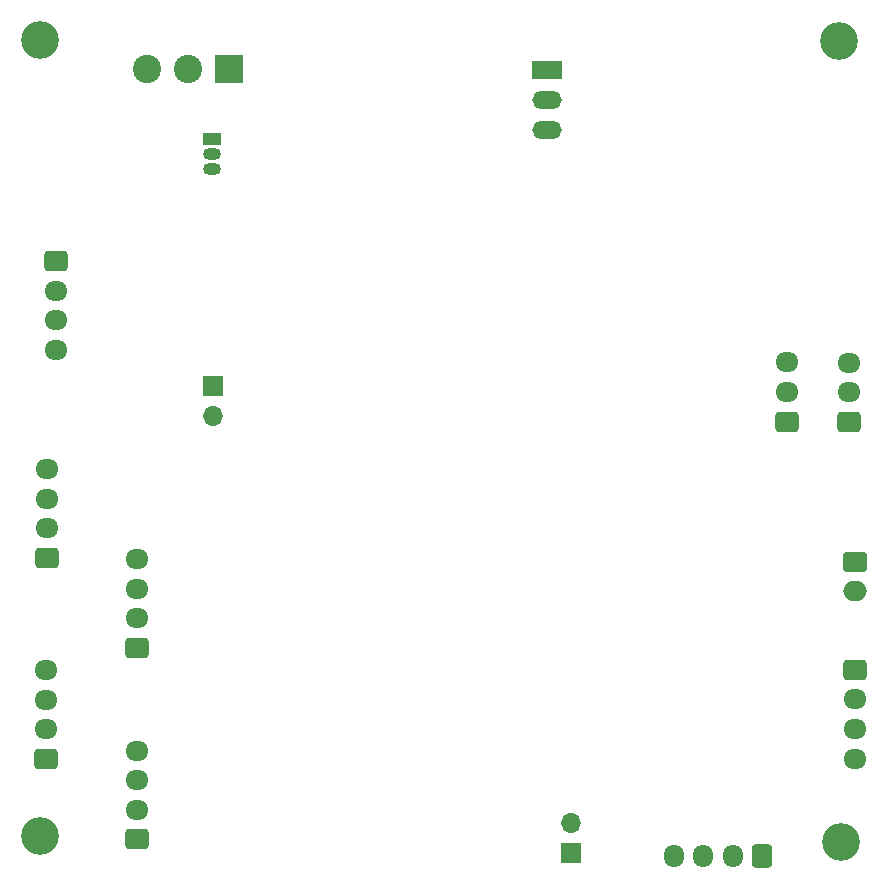
<source format=gbr>
%TF.GenerationSoftware,KiCad,Pcbnew,7.0.9*%
%TF.CreationDate,2023-12-26T12:13:05+08:00*%
%TF.ProjectId,amp_controller,616d705f-636f-46e7-9472-6f6c6c65722e,rev?*%
%TF.SameCoordinates,Original*%
%TF.FileFunction,Soldermask,Bot*%
%TF.FilePolarity,Negative*%
%FSLAX46Y46*%
G04 Gerber Fmt 4.6, Leading zero omitted, Abs format (unit mm)*
G04 Created by KiCad (PCBNEW 7.0.9) date 2023-12-26 12:13:05*
%MOMM*%
%LPD*%
G01*
G04 APERTURE LIST*
G04 Aperture macros list*
%AMRoundRect*
0 Rectangle with rounded corners*
0 $1 Rounding radius*
0 $2 $3 $4 $5 $6 $7 $8 $9 X,Y pos of 4 corners*
0 Add a 4 corners polygon primitive as box body*
4,1,4,$2,$3,$4,$5,$6,$7,$8,$9,$2,$3,0*
0 Add four circle primitives for the rounded corners*
1,1,$1+$1,$2,$3*
1,1,$1+$1,$4,$5*
1,1,$1+$1,$6,$7*
1,1,$1+$1,$8,$9*
0 Add four rect primitives between the rounded corners*
20,1,$1+$1,$2,$3,$4,$5,0*
20,1,$1+$1,$4,$5,$6,$7,0*
20,1,$1+$1,$6,$7,$8,$9,0*
20,1,$1+$1,$8,$9,$2,$3,0*%
G04 Aperture macros list end*
%ADD10R,2.500000X1.500000*%
%ADD11O,2.500000X1.500000*%
%ADD12RoundRect,0.250000X0.600000X0.725000X-0.600000X0.725000X-0.600000X-0.725000X0.600000X-0.725000X0*%
%ADD13O,1.700000X1.950000*%
%ADD14RoundRect,0.250000X0.725000X-0.600000X0.725000X0.600000X-0.725000X0.600000X-0.725000X-0.600000X0*%
%ADD15O,1.950000X1.700000*%
%ADD16RoundRect,0.250000X-0.750000X0.600000X-0.750000X-0.600000X0.750000X-0.600000X0.750000X0.600000X0*%
%ADD17O,2.000000X1.700000*%
%ADD18C,3.200000*%
%ADD19R,2.400000X2.400000*%
%ADD20C,2.400000*%
%ADD21R,1.700000X1.700000*%
%ADD22O,1.700000X1.700000*%
%ADD23RoundRect,0.250000X-0.725000X0.600000X-0.725000X-0.600000X0.725000X-0.600000X0.725000X0.600000X0*%
%ADD24R,1.500000X1.050000*%
%ADD25O,1.500000X1.050000*%
G04 APERTURE END LIST*
D10*
%TO.C,U2*%
X146497597Y-56239255D03*
D11*
X146497597Y-58779255D03*
X146497597Y-61319255D03*
%TD*%
D12*
%TO.C,FP_LED1*%
X164722047Y-122806760D03*
D13*
X162222047Y-122806760D03*
X159722047Y-122806760D03*
X157222047Y-122806760D03*
%TD*%
D14*
%TO.C,AMP2*%
X104103296Y-114546777D03*
D15*
X104103296Y-112046777D03*
X104103296Y-109546777D03*
X104103296Y-107046777D03*
%TD*%
D14*
%TO.C,AMP1*%
X111774370Y-121370371D03*
D15*
X111774370Y-118870371D03*
X111774370Y-116370371D03*
X111774370Y-113870371D03*
%TD*%
D16*
%TO.C,TRIGGER1*%
X172588655Y-97851212D03*
D17*
X172588655Y-100351212D03*
%TD*%
D18*
%TO.C,H3*%
X171197376Y-53815327D03*
%TD*%
%TO.C,H4*%
X171436342Y-121592772D03*
%TD*%
D19*
%TO.C,POWER1*%
X119605020Y-56152903D03*
D20*
X116105020Y-56152903D03*
X112605020Y-56152903D03*
%TD*%
D21*
%TO.C,GPIO16\u002C17*%
X148564694Y-122507219D03*
D22*
X148564694Y-119967219D03*
%TD*%
D14*
%TO.C,MUSIC_IN1*%
X166784304Y-85995563D03*
D15*
X166784304Y-83495563D03*
X166784304Y-80995563D03*
%TD*%
D23*
%TO.C,DISPLAY1*%
X104892442Y-72412621D03*
D15*
X104892442Y-74912621D03*
X104892442Y-77412621D03*
X104892442Y-79912621D03*
%TD*%
D24*
%TO.C,U3*%
X118120802Y-62098029D03*
D25*
X118120802Y-63368029D03*
X118120802Y-64638029D03*
%TD*%
D14*
%TO.C,AMP3*%
X111760000Y-105163725D03*
D15*
X111760000Y-102663725D03*
X111760000Y-100163725D03*
X111760000Y-97663725D03*
%TD*%
D18*
%TO.C,H2*%
X103581669Y-121118480D03*
%TD*%
D14*
%TO.C,MUSIC_THRU1*%
X172038734Y-86015172D03*
D15*
X172038734Y-83515172D03*
X172038734Y-81015172D03*
%TD*%
D21*
%TO.C,GPIO2\u002C3*%
X118214756Y-82976485D03*
D22*
X118214756Y-85516485D03*
%TD*%
D23*
%TO.C,FP_BUTTON1*%
X172583225Y-107027622D03*
D15*
X172583225Y-109527622D03*
X172583225Y-112027622D03*
X172583225Y-114527622D03*
%TD*%
D18*
%TO.C,H1*%
X103581669Y-53711142D03*
%TD*%
D14*
%TO.C,AMP4*%
X104140000Y-97543725D03*
D15*
X104140000Y-95043725D03*
X104140000Y-92543725D03*
X104140000Y-90043725D03*
%TD*%
M02*

</source>
